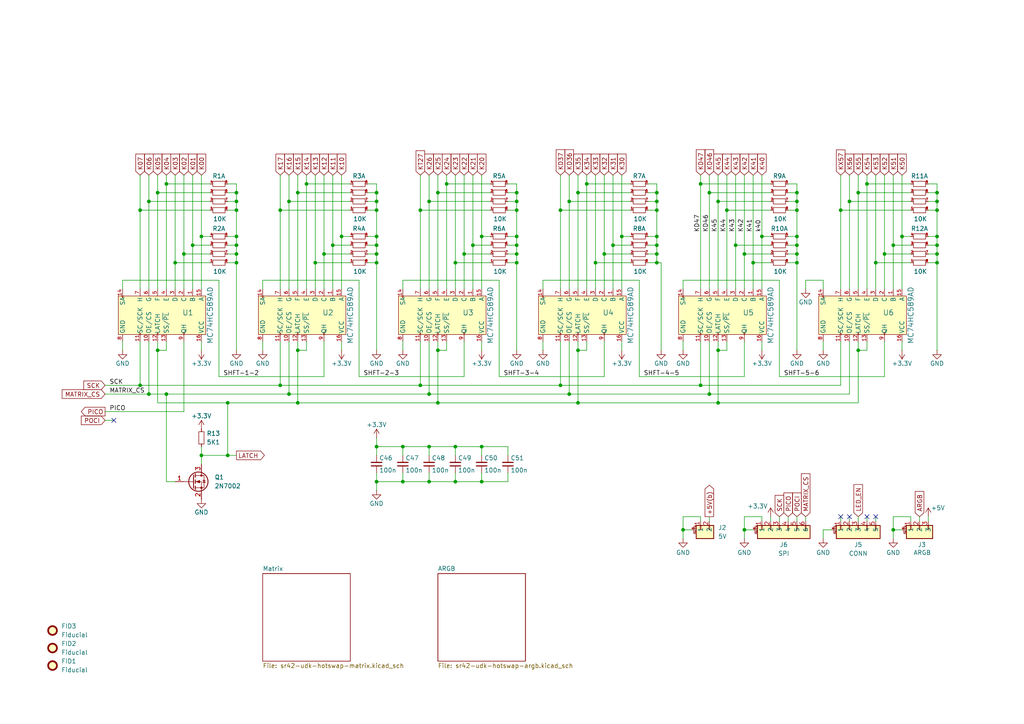
<source format=kicad_sch>
(kicad_sch (version 20250114) (generator "eeschema") (generator_version "9.0")
  (paper "A4")
  (junction (at 109.22 68.58))
  (junction (at 93.98 73.66))
  (junction (at 134.62 73.66))
  (junction (at 231.14 71.12))
  (junction (at 215.9 73.66))
  (junction (at 205.74 114.3))
  (junction (at 127 55.88))
  (junction (at 271.78 76.2))
  (junction (at 162.56 60.96))
  (junction (at 68.58 76.2))
  (junction (at 190.5 58.42))
  (junction (at 81.28 111.76))
  (junction (at 203.2 111.76))
  (junction (at 149.86 58.42))
  (junction (at 190.5 76.2))
  (junction (at 68.58 68.58))
  (junction (at 190.5 55.88))
  (junction (at 231.14 60.96))
  (junction (at 45.72 101.6))
  (junction (at 68.58 71.12))
  (junction (at 66.04 116.84))
  (junction (at 127 101.6))
  (junction (at 167.64 116.84))
  (junction (at 43.18 114.3))
  (junction (at 48.26 53.34))
  (junction (at 259.08 153.67))
  (junction (at 271.78 73.66))
  (junction (at 53.34 73.66))
  (junction (at 109.22 71.12))
  (junction (at 167.64 101.6))
  (junction (at 149.86 76.2))
  (junction (at 208.28 58.42))
  (junction (at 246.38 58.42))
  (junction (at 86.36 55.88))
  (junction (at 180.34 68.58))
  (junction (at 149.86 55.88))
  (junction (at 208.28 101.6))
  (junction (at 149.86 73.66))
  (junction (at 139.7 129.54))
  (junction (at 139.7 139.7))
  (junction (at 132.08 139.7))
  (junction (at 162.56 111.76))
  (junction (at 210.82 60.96))
  (junction (at 83.82 114.3))
  (junction (at 231.14 73.66))
  (junction (at 177.8 71.12))
  (junction (at 121.92 60.96))
  (junction (at 132.08 76.2))
  (junction (at 231.14 76.2))
  (junction (at 86.36 116.84))
  (junction (at 149.86 71.12))
  (junction (at 149.86 60.96))
  (junction (at 109.22 139.7))
  (junction (at 213.36 71.12))
  (junction (at 231.14 58.42))
  (junction (at 256.54 73.66))
  (junction (at 190.5 71.12))
  (junction (at 231.14 68.58))
  (junction (at 55.88 71.12))
  (junction (at 68.58 58.42))
  (junction (at 190.5 73.66))
  (junction (at 248.92 101.6))
  (junction (at 124.46 129.54))
  (junction (at 109.22 60.96))
  (junction (at 68.58 73.66))
  (junction (at 45.72 55.88))
  (junction (at 40.64 60.96))
  (junction (at 220.98 68.58))
  (junction (at 68.58 55.88))
  (junction (at 190.5 60.96))
  (junction (at 109.22 55.88))
  (junction (at 170.18 53.34))
  (junction (at 271.78 60.96))
  (junction (at 96.52 71.12))
  (junction (at 124.46 114.3))
  (junction (at 198.12 153.67))
  (junction (at 83.82 58.42))
  (junction (at 109.22 129.54))
  (junction (at 167.64 55.88))
  (junction (at 91.44 76.2))
  (junction (at 50.8 76.2))
  (junction (at 254 76.2))
  (junction (at 261.62 68.58))
  (junction (at 218.44 76.2))
  (junction (at 81.28 60.96))
  (junction (at 116.84 139.7))
  (junction (at 172.72 76.2))
  (junction (at 86.36 101.6))
  (junction (at 231.14 55.88))
  (junction (at 215.9 153.67))
  (junction (at 58.42 132.08))
  (junction (at 99.06 68.58))
  (junction (at 205.74 55.88))
  (junction (at 251.46 53.34))
  (junction (at 127 116.84))
  (junction (at 43.18 58.42))
  (junction (at 124.46 58.42))
  (junction (at 208.28 116.84))
  (junction (at 109.22 58.42))
  (junction (at 203.2 53.34))
  (junction (at 271.78 55.88))
  (junction (at 68.58 60.96))
  (junction (at 243.84 60.96))
  (junction (at 139.7 68.58))
  (junction (at 271.78 71.12))
  (junction (at 132.08 129.54))
  (junction (at 88.9 53.34))
  (junction (at 124.46 139.7))
  (junction (at 175.26 73.66))
  (junction (at 121.92 111.76))
  (junction (at 129.54 53.34))
  (junction (at 165.1 58.42))
  (junction (at 58.42 68.58))
  (junction (at 259.08 71.12))
  (junction (at 271.78 58.42))
  (junction (at 165.1 114.3))
  (junction (at 248.92 55.88))
  (junction (at 40.64 111.76))
  (junction (at 66.04 132.08))
  (junction (at 109.22 76.2))
  (junction (at 109.22 73.66))
  (junction (at 190.5 68.58))
  (junction (at 149.86 68.58))
  (junction (at 116.84 129.54))
  (junction (at 48.26 114.3))
  (junction (at 271.78 68.58))
  (junction (at 137.16 71.12))
  (no_connect (at 251.46 149.86))
  (no_connect (at 254 149.86))
  (no_connect (at 246.38 149.86))
  (no_connect (at 243.84 149.86))
  (no_connect (at 33.02 121.92))
  (wire (pts (xy 246.38 58.42) (xy 264.16 58.42)))
  (wire (pts (xy 68.58 101.6) (xy 68.58 76.2)))
  (wire (pts (xy 147.32 73.66) (xy 149.86 73.66)))
  (wire (pts (xy 203.2 50.8388) (xy 203.2 53.34)))
  (wire (pts (xy 190.5 73.66) (xy 190.5 76.2)))
  (wire (pts (xy 271.78 73.66) (xy 269.24 73.66)))
  (wire (pts (xy 116.84 129.54) (xy 116.84 132.08)))
  (wire (pts (xy 251.46 99.06) (xy 251.46 101.6)))
  (wire (pts (xy 243.84 149.86) (xy 243.84 151.13)))
  (wire (pts (xy 172.72 50.8) (xy 172.72 76.2)))
  (wire (pts (xy 109.22 53.34) (xy 109.22 55.88)))
  (wire (pts (xy 271.78 71.12) (xy 271.78 68.58)))
  (wire (pts (xy 228.6 60.96) (xy 231.14 60.96)))
  (wire (pts (xy 228.6 55.88) (xy 231.14 55.88)))
  (wire (pts (xy 121.92 60.96) (xy 121.92 83.82)))
  (wire (pts (xy 63.5 81.28) (xy 63.5 109.22)))
  (wire (pts (xy 269.24 149.86) (xy 269.24 151.13)))
  (wire (pts (xy 109.22 58.42) (xy 109.22 60.96)))
  (wire (pts (xy 99.06 50.8) (xy 99.06 68.58)))
  (wire (pts (xy 43.18 58.42) (xy 43.18 83.82)))
  (wire (pts (xy 121.92 111.76) (xy 121.92 99.06)))
  (wire (pts (xy 139.7 68.58) (xy 142.24 68.58)))
  (wire (pts (xy 83.82 58.42) (xy 83.82 83.82)))
  (wire (pts (xy 45.72 55.88) (xy 45.72 83.82)))
  (wire (pts (xy 134.62 99.06) (xy 134.62 109.22)))
  (wire (pts (xy 93.98 99.06) (xy 93.98 109.22)))
  (wire (pts (xy 68.58 60.96) (xy 68.58 58.42)))
  (wire (pts (xy 248.92 50.8) (xy 248.92 55.88)))
  (wire (pts (xy 185.42 81.28) (xy 185.42 109.22)))
  (wire (pts (xy 223.52 149.86) (xy 223.52 151.13)))
  (wire (pts (xy 106.68 68.58) (xy 109.22 68.58)))
  (wire (pts (xy 81.28 111.76) (xy 121.92 111.76)))
  (wire (pts (xy 43.18 50.8) (xy 43.18 58.42)))
  (wire (pts (xy 210.82 60.96) (xy 223.52 60.96)))
  (wire (pts (xy 68.58 68.58) (xy 68.58 60.96)))
  (wire (pts (xy 231.14 71.12) (xy 231.14 73.66)))
  (wire (pts (xy 45.72 55.88) (xy 60.96 55.88)))
  (wire (pts (xy 167.64 101.6) (xy 167.64 116.84)))
  (wire (pts (xy 271.78 53.34) (xy 269.24 53.34)))
  (wire (pts (xy 66.04 73.66) (xy 68.58 73.66)))
  (wire (pts (xy 48.26 53.34) (xy 48.26 83.82)))
  (wire (pts (xy 121.92 111.76) (xy 162.56 111.76)))
  (wire (pts (xy 238.76 81.28) (xy 238.76 83.82)))
  (wire (pts (xy 228.6 149.86) (xy 228.6 151.13)))
  (wire (pts (xy 259.08 153.67) (xy 261.62 153.67)))
  (wire (pts (xy 246.38 149.86) (xy 246.38 151.13)))
  (wire (pts (xy 208.28 50.8388) (xy 208.28 58.42)))
  (wire (pts (xy 220.98 99.06) (xy 220.98 101.6)))
  (wire (pts (xy 157.48 83.82) (xy 157.48 81.28)))
  (wire (pts (xy 149.86 68.58) (xy 149.86 71.12)))
  (wire (pts (xy 109.22 129.54) (xy 116.84 129.54)))
  (wire (pts (xy 243.84 60.96) (xy 264.16 60.96)))
  (wire (pts (xy 210.82 101.6) (xy 208.28 101.6)))
  (wire (pts (xy 259.08 50.8) (xy 259.08 71.12)))
  (wire (pts (xy 76.2 81.28) (xy 104.14 81.28)))
  (wire (pts (xy 190.5 55.88) (xy 190.5 58.42)))
  (wire (pts (xy 106.68 58.42) (xy 109.22 58.42)))
  (wire (pts (xy 109.22 139.7) (xy 109.22 137.16)))
  (wire (pts (xy 243.84 50.8) (xy 243.84 60.96)))
  (wire (pts (xy 170.18 50.8) (xy 170.18 53.34)))
  (wire (pts (xy 162.56 50.8) (xy 162.56 60.96)))
  (wire (pts (xy 210.82 50.8388) (xy 210.82 60.96)))
  (wire (pts (xy 127 101.6) (xy 127 116.84)))
  (wire (pts (xy 198.12 153.67) (xy 198.12 156.21)))
  (wire (pts (xy 116.84 139.7) (xy 109.22 139.7)))
  (wire (pts (xy 109.22 76.2) (xy 109.22 101.6)))
  (wire (pts (xy 198.12 153.67) (xy 200.66 153.67)))
  (wire (pts (xy 190.5 60.96) (xy 190.5 68.58)))
  (wire (pts (xy 132.08 76.2) (xy 132.08 83.82)))
  (wire (pts (xy 149.86 55.88) (xy 149.86 58.42)))
  (wire (pts (xy 175.26 50.8) (xy 175.26 73.66)))
  (wire (pts (xy 48.26 99.06) (xy 48.26 101.6)))
  (wire (pts (xy 147.32 53.34) (xy 149.86 53.34)))
  (wire (pts (xy 162.56 60.96) (xy 162.56 83.82)))
  (wire (pts (xy 66.04 116.84) (xy 86.36 116.84)))
  (wire (pts (xy 187.96 68.58) (xy 190.5 68.58)))
  (wire (pts (xy 63.5 109.22) (xy 93.98 109.22)))
  (wire (pts (xy 248.92 55.88) (xy 264.16 55.88)))
  (wire (pts (xy 139.7 139.7) (xy 132.08 139.7)))
  (wire (pts (xy 109.22 139.7) (xy 109.22 142.24)))
  (wire (pts (xy 203.2 111.76) (xy 203.2 99.06)))
  (wire (pts (xy 121.92 50.8) (xy 121.92 60.96)))
  (wire (pts (xy 124.46 58.42) (xy 124.46 83.82)))
  (wire (pts (xy 50.8 139.7) (xy 48.26 139.7)))
  (wire (pts (xy 68.58 55.88) (xy 68.58 53.34)))
  (wire (pts (xy 203.2 53.34) (xy 223.52 53.34)))
  (wire (pts (xy 127 50.8) (xy 127 55.88)))
  (wire (pts (xy 261.62 50.8) (xy 261.62 68.58)))
  (wire (pts (xy 124.46 50.8) (xy 124.46 58.42)))
  (wire (pts (xy 271.78 60.96) (xy 269.24 60.96)))
  (wire (pts (xy 167.64 50.8) (xy 167.64 55.88)))
  (wire (pts (xy 55.88 71.12) (xy 60.96 71.12)))
  (wire (pts (xy 116.84 139.7) (xy 116.84 137.16)))
  (wire (pts (xy 175.26 73.66) (xy 175.26 83.82)))
  (wire (pts (xy 88.9 53.34) (xy 101.6 53.34)))
  (wire (pts (xy 187.96 55.88) (xy 190.5 55.88)))
  (wire (pts (xy 137.16 71.12) (xy 142.24 71.12)))
  (wire (pts (xy 40.64 111.76) (xy 81.28 111.76)))
  (wire (pts (xy 43.18 114.3) (xy 43.18 99.06)))
  (wire (pts (xy 205.74 50.8388) (xy 205.74 55.88)))
  (wire (pts (xy 109.22 60.96) (xy 109.22 68.58)))
  (wire (pts (xy 124.46 139.7) (xy 124.46 137.16)))
  (wire (pts (xy 127 55.88) (xy 142.24 55.88)))
  (wire (pts (xy 165.1 58.42) (xy 182.88 58.42)))
  (wire (pts (xy 205.74 114.3) (xy 205.74 99.06)))
  (wire (pts (xy 256.54 50.8) (xy 256.54 73.66)))
  (wire (pts (xy 231.14 73.66) (xy 231.14 76.2)))
  (wire (pts (xy 132.08 139.7) (xy 124.46 139.7)))
  (wire (pts (xy 231.14 58.42) (xy 231.14 60.96)))
  (wire (pts (xy 81.28 50.8) (xy 81.28 60.96)))
  (wire (pts (xy 121.92 60.96) (xy 142.24 60.96)))
  (wire (pts (xy 58.42 132.08) (xy 66.04 132.08)))
  (wire (pts (xy 76.2 99.06) (xy 76.2 101.6)))
  (wire (pts (xy 137.16 50.8) (xy 137.16 71.12)))
  (wire (pts (xy 132.08 129.54) (xy 132.08 132.08)))
  (wire (pts (xy 177.8 71.12) (xy 182.88 71.12)))
  (wire (pts (xy 165.1 114.3) (xy 165.1 99.06)))
  (wire (pts (xy 109.22 68.58) (xy 109.22 71.12)))
  (wire (pts (xy 45.72 99.06) (xy 45.72 101.6)))
  (wire (pts (xy 106.68 73.66) (xy 109.22 73.66)))
  (wire (pts (xy 66.04 71.12) (xy 68.58 71.12)))
  (wire (pts (xy 129.54 53.34) (xy 129.54 83.82)))
  (wire (pts (xy 81.28 60.96) (xy 101.6 60.96)))
  (wire (pts (xy 190.5 68.58) (xy 190.5 71.12)))
  (wire (pts (xy 99.06 99.06) (xy 99.06 101.6)))
  (wire (pts (xy 129.54 99.06) (xy 129.54 101.6)))
  (wire (pts (xy 99.06 68.58) (xy 101.6 68.58)))
  (wire (pts (xy 190.5 53.34) (xy 190.5 55.88)))
  (wire (pts (xy 271.78 68.58) (xy 271.78 60.96)))
  (wire (pts (xy 147.32 129.54) (xy 147.32 132.08)))
  (wire (pts (xy 147.32 55.88) (xy 149.86 55.88)))
  (wire (pts (xy 215.9 73.66) (xy 223.52 73.66)))
  (wire (pts (xy 76.2 83.82) (xy 76.2 81.28)))
  (wire (pts (xy 50.8 76.2) (xy 50.8 83.82)))
  (wire (pts (xy 271.78 60.96) (xy 271.78 58.42)))
  (wire (pts (xy 58.42 132.08) (xy 58.42 134.62)))
  (wire (pts (xy 243.84 111.76) (xy 243.84 99.06)))
  (wire (pts (xy 68.58 76.2) (xy 68.58 73.66)))
  (wire (pts (xy 93.98 73.66) (xy 101.6 73.66)))
  (wire (pts (xy 256.54 73.66) (xy 256.54 83.82)))
  (wire (pts (xy 149.86 53.34) (xy 149.86 55.88)))
  (wire (pts (xy 116.84 99.06) (xy 116.84 101.6)))
  (wire (pts (xy 88.9 101.6) (xy 86.36 101.6)))
  (wire (pts (xy 40.64 60.96) (xy 60.96 60.96)))
  (wire (pts (xy 259.08 71.12) (xy 264.16 71.12)))
  (wire (pts (xy 66.04 132.08) (xy 68.58 132.08)))
  (wire (pts (xy 208.28 116.84) (xy 248.92 116.84)))
  (wire (pts (xy 106.68 53.34) (xy 109.22 53.34)))
  (wire (pts (xy 177.8 50.8) (xy 177.8 71.12)))
  (wire (pts (xy 149.86 71.12) (xy 149.86 73.66)))
  (wire (pts (xy 149.86 60.96) (xy 149.86 68.58)))
  (wire (pts (xy 53.34 50.8) (xy 53.34 73.66)))
  (wire (pts (xy 187.96 58.42) (xy 190.5 58.42)))
  (wire (pts (xy 93.98 73.66) (xy 93.98 83.82)))
  (wire (pts (xy 147.32 137.16) (xy 147.32 139.7)))
  (wire (pts (xy 271.78 71.12) (xy 269.24 71.12)))
  (wire (pts (xy 187.96 53.34) (xy 190.5 53.34)))
  (wire (pts (xy 213.36 71.12) (xy 223.52 71.12)))
  (wire (pts (xy 68.58 73.66) (xy 68.58 71.12)))
  (wire (pts (xy 149.86 58.42) (xy 149.86 60.96)))
  (wire (pts (xy 185.42 109.22) (xy 215.9 109.22)))
  (wire (pts (xy 271.78 55.88) (xy 269.24 55.88)))
  (wire (pts (xy 116.84 83.82) (xy 116.84 81.28)))
  (wire (pts (xy 264.16 149.86) (xy 259.08 149.86)))
  (wire (pts (xy 88.9 99.06) (xy 88.9 101.6)))
  (wire (pts (xy 127 55.88) (xy 127 83.82)))
  (wire (pts (xy 226.06 81.28) (xy 226.06 109.22)))
  (wire (pts (xy 167.64 99.06) (xy 167.64 101.6)))
  (wire (pts (xy 48.26 114.3) (xy 48.26 139.7)))
  (wire (pts (xy 271.78 55.88) (xy 271.78 53.34)))
  (wire (pts (xy 226.06 149.86) (xy 226.06 151.13)))
  (wire (pts (xy 238.76 153.67) (xy 238.76 156.21)))
  (wire (pts (xy 104.14 109.22) (xy 134.62 109.22)))
  (wire (pts (xy 228.6 76.2) (xy 231.14 76.2)))
  (wire (pts (xy 271.78 58.42) (xy 269.24 58.42)))
  (wire (pts (xy 139.7 129.54) (xy 147.32 129.54)))
  (wire (pts (xy 81.28 60.96) (xy 81.28 83.82)))
  (wire (pts (xy 172.72 76.2) (xy 172.72 83.82)))
  (wire (pts (xy 124.46 129.54) (xy 124.46 132.08)))
  (wire (pts (xy 251.46 149.86) (xy 251.46 151.13)))
  (wire (pts (xy 231.14 68.58) (xy 231.14 71.12)))
  (wire (pts (xy 147.32 71.12) (xy 149.86 71.12)))
  (wire (pts (xy 48.26 101.6) (xy 45.72 101.6)))
  (wire (pts (xy 170.18 53.34) (xy 170.18 83.82)))
  (wire (pts (xy 165.1 58.42) (xy 165.1 83.82)))
  (wire (pts (xy 99.06 68.58) (xy 99.06 83.82)))
  (wire (pts (xy 228.6 73.66) (xy 231.14 73.66)))
  (wire (pts (xy 58.42 99.06) (xy 58.42 101.6)))
  (wire (pts (xy 83.82 114.3) (xy 124.46 114.3)))
  (wire (pts (xy 86.36 116.84) (xy 127 116.84)))
  (wire (pts (xy 218.44 50.8388) (xy 218.44 76.2)))
  (wire (pts (xy 215.9 50.8388) (xy 215.9 73.66)))
  (wire (pts (xy 124.46 114.3) (xy 165.1 114.3)))
  (wire (pts (xy 167.64 116.84) (xy 208.28 116.84)))
  (wire (pts (xy 190.5 71.12) (xy 190.5 73.66)))
  (wire (pts (xy 139.7 99.06) (xy 139.7 101.6)))
  (wire (pts (xy 233.68 81.28) (xy 238.76 81.28)))
  (wire (pts (xy 215.9 73.66) (xy 215.9 83.82)))
  (wire (pts (xy 104.14 81.28) (xy 104.14 109.22)))
  (wire (pts (xy 248.92 149.86) (xy 248.92 151.13)))
  (wire (pts (xy 218.44 76.2) (xy 223.52 76.2)))
  (wire (pts (xy 180.34 68.58) (xy 182.88 68.58)))
  (wire (pts (xy 66.04 53.34) (xy 68.58 53.34)))
  (wire (pts (xy 271.78 58.42) (xy 271.78 55.88)))
  (wire (pts (xy 208.28 58.42) (xy 208.28 83.82)))
  (wire (pts (xy 88.9 53.34) (xy 88.9 83.82)))
  (wire (pts (xy 165.1 50.8) (xy 165.1 58.42)))
  (wire (pts (xy 198.12 81.28) (xy 226.06 81.28)))
  (wire (pts (xy 96.52 71.12) (xy 96.52 83.82)))
  (wire (pts (xy 180.34 50.8) (xy 180.34 68.58)))
  (wire (pts (xy 134.62 73.66) (xy 134.62 83.82)))
  (wire (pts (xy 170.18 53.34) (xy 182.88 53.34)))
  (wire (pts (xy 231.14 55.88) (xy 231.14 58.42)))
  (wire (pts (xy 48.26 50.8) (xy 48.26 53.34)))
  (wire (pts (xy 187.96 60.96) (xy 190.5 60.96)))
  (wire (pts (xy 259.08 153.67) (xy 259.08 156.21)))
  (wire (pts (xy 228.6 71.12) (xy 231.14 71.12)))
  (wire (pts (xy 68.58 76.2) (xy 66.04 76.2)))
  (wire (pts (xy 91.44 76.2) (xy 91.44 83.82)))
  (wire (pts (xy 147.32 60.96) (xy 149.86 60.96)))
  (wire (pts (xy 43.18 114.3) (xy 48.26 114.3)))
  (wire (pts (xy 165.1 114.3) (xy 205.74 114.3)))
  (wire (pts (xy 45.72 50.8) (xy 45.72 55.88)))
  (wire (pts (xy 106.68 71.12) (xy 109.22 71.12)))
  (wire (pts (xy 81.28 111.76) (xy 81.28 99.06)))
  (wire (pts (xy 251.46 50.8) (xy 251.46 53.34)))
  (wire (pts (xy 226.06 109.22) (xy 256.54 109.22)))
  (wire (pts (xy 86.36 99.06) (xy 86.36 101.6)))
  (wire (pts (xy 246.38 50.8) (xy 246.38 58.42)))
  (wire (pts (xy 66.04 68.58) (xy 68.58 68.58)))
  (wire (pts (xy 170.18 99.06) (xy 170.18 101.6)))
  (wire (pts (xy 254 50.8) (xy 254 76.2)))
  (wire (pts (xy 271.78 68.58) (xy 269.24 68.58)))
  (wire (pts (xy 220.98 149.86) (xy 220.98 151.13)))
  (wire (pts (xy 256.54 73.66) (xy 264.16 73.66)))
  (wire (pts (xy 190.5 58.42) (xy 190.5 60.96)))
  (wire (pts (xy 203.2 53.34) (xy 203.2 83.82)))
  (wire (pts (xy 233.68 149.86) (xy 233.68 151.13)))
  (wire (pts (xy 231.14 149.86) (xy 231.14 151.13)))
  (wire (pts (xy 147.32 58.42) (xy 149.86 58.42)))
  (wire (pts (xy 127 116.84) (xy 167.64 116.84)))
  (wire (pts (xy 213.36 71.12) (xy 213.36 83.82)))
  (wire (pts (xy 220.98 68.58) (xy 223.52 68.58)))
  (wire (pts (xy 208.28 101.6) (xy 208.28 116.84)))
  (wire (pts (xy 124.46 58.42) (xy 142.24 58.42)))
  (wire (pts (xy 132.08 76.2) (xy 142.24 76.2)))
  (wire (pts (xy 48.26 114.3) (xy 83.82 114.3)))
  (wire (pts (xy 132.08 139.7) (xy 132.08 137.16)))
  (wire (pts (xy 162.56 60.96) (xy 182.88 60.96)))
  (wire (pts (xy 35.56 99.06) (xy 35.56 101.6)))
  (wire (pts (xy 86.36 101.6) (xy 86.36 116.84)))
  (wire (pts (xy 40.64 111.76) (xy 40.64 99.06)))
  (wire (pts (xy 220.98 50.8388) (xy 220.98 68.58)))
  (wire (pts (xy 248.92 101.6) (xy 248.92 116.84)))
  (wire (pts (xy 40.64 50.8) (xy 40.64 60.96)))
  (wire (pts (xy 254 149.86) (xy 254 151.13)))
  (wire (pts (xy 35.56 81.28) (xy 63.5 81.28)))
  (wire (pts (xy 55.88 71.12) (xy 55.88 83.82)))
  (wire (pts (xy 218.44 76.2) (xy 218.44 83.82)))
  (wire (pts (xy 66.04 60.96) (xy 68.58 60.96)))
  (wire (pts (xy 96.52 50.8) (xy 96.52 71.12)))
  (wire (pts (xy 132.08 50.8) (xy 132.08 76.2)))
  (wire (pts (xy 50.8 76.2) (xy 60.96 76.2)))
  (wire (pts (xy 124.46 114.3) (xy 124.46 99.06)))
  (wire (pts (xy 66.04 55.88) (xy 68.58 55.88)))
  (wire (pts (xy 228.6 53.34) (xy 231.14 53.34)))
  (wire (pts (xy 48.26 53.34) (xy 60.96 53.34)))
  (wire (pts (xy 45.72 116.84) (xy 66.04 116.84)))
  (wire (pts (xy 109.22 55.88) (xy 109.22 58.42)))
  (wire (pts (xy 91.44 76.2) (xy 101.6 76.2)))
  (wire (pts (xy 170.18 101.6) (xy 167.64 101.6)))
  (wire (pts (xy 177.8 71.12) (xy 177.8 83.82)))
  (wire (pts (xy 191.77 76.2) (xy 191.77 101.6)))
  (wire (pts (xy 144.78 109.22) (xy 175.26 109.22)))
  (wire (pts (xy 124.46 139.7) (xy 116.84 139.7)))
  (wire (pts (xy 129.54 53.34) (xy 142.24 53.34)))
  (wire (pts (xy 215.9 149.86) (xy 220.98 149.86)))
  (wire (pts (xy 124.46 129.54) (xy 132.08 129.54)))
  (wire (pts (xy 228.6 58.42) (xy 231.14 58.42)))
  (wire (pts (xy 261.62 68.58) (xy 261.62 83.82)))
  (wire (pts (xy 86.36 55.88) (xy 101.6 55.88)))
  (wire (pts (xy 215.9 153.67) (xy 215.9 149.86)))
  (wire (pts (xy 259.08 71.12) (xy 259.08 83.82)))
  (wire (pts (xy 129.54 50.8) (xy 129.54 53.34)))
  (wire (pts (xy 53.34 73.66) (xy 60.96 73.66)))
  (wire (pts (xy 58.42 68.58) (xy 60.96 68.58)))
  (wire (pts (xy 43.18 58.42) (xy 60.96 58.42)))
  (wire (pts (xy 266.7 149.86) (xy 266.7 151.13)))
  (wire (pts (xy 238.76 99.06) (xy 238.76 101.6)))
  (wire (pts (xy 116.84 129.54) (xy 124.46 129.54)))
  (wire (pts (xy 210.82 60.96) (xy 210.82 83.82)))
  (wire (pts (xy 198.12 149.86) (xy 203.2 149.86)))
  (wire (pts (xy 162.56 111.76) (xy 203.2 111.76)))
  (wire (pts (xy 30.48 119.38) (xy 53.34 119.38)))
  (wire (pts (xy 127 99.06) (xy 127 101.6)))
  (wire (pts (xy 248.92 101.6) (xy 248.92 99.06)))
  (wire (pts (xy 261.62 99.06) (xy 261.62 101.6)))
  (wire (pts (xy 198.12 83.82) (xy 198.12 81.28)))
  (wire (pts (xy 198.12 149.86) (xy 198.12 153.67)))
  (wire (pts (xy 30.48 114.3) (xy 43.18 114.3)))
  (wire (pts (xy 205.74 55.88) (xy 205.74 83.82)))
  (wire (pts (xy 139.7 139.7) (xy 139.7 137.16)))
  (wire (pts (xy 261.62 68.58) (xy 264.16 68.58)))
  (wire (pts (xy 139.7 50.8) (xy 139.7 68.58)))
  (wire (pts (xy 271.78 73.66) (xy 271.78 71.12)))
  (wire (pts (xy 205.74 149.86) (xy 205.74 151.13)))
  (wire (pts (xy 215.9 153.67) (xy 218.44 153.67)))
  (wire (pts (xy 213.36 50.8388) (xy 213.36 71.12)))
  (wire (pts (xy 109.22 129.54) (xy 109.22 132.08)))
  (wire (pts (xy 157.48 99.06) (xy 157.48 101.6)))
  (wire (pts (xy 149.86 73.66) (xy 149.86 76.2)))
  (wire (pts (xy 215.9 99.06) (xy 215.9 109.22)))
  (wire (pts (xy 210.82 99.06) (xy 210.82 101.6)))
  (wire (pts (xy 96.52 71.12) (xy 101.6 71.12)))
  (wire (pts (xy 251.46 101.6) (xy 248.92 101.6)))
  (wire (pts (xy 106.68 60.96) (xy 109.22 60.96)))
  (wire (pts (xy 208.28 58.42) (xy 223.52 58.42)))
  (wire (pts (xy 187.96 73.66) (xy 190.5 73.66)))
  (wire (pts (xy 157.48 81.28) (xy 185.42 81.28)))
  (wire (pts (xy 264.16 53.34) (xy 251.46 53.34)))
  (wire (pts (xy 53.34 73.66) (xy 53.34 83.82)))
  (wire (pts (xy 55.88 50.8) (xy 55.88 71.12)))
  (wire (pts (xy 254 76.2) (xy 264.16 76.2)))
  (wire (pts (xy 83.82 58.42) (xy 101.6 58.42)))
  (wire (pts (xy 66.04 58.42) (xy 68.58 58.42)))
  (wire (pts (xy 147.32 68.58) (xy 149.86 68.58)))
  (wire (pts (xy 86.36 55.88) (xy 86.36 83.82)))
  (wire (pts (xy 264.16 151.13) (xy 264.16 149.86)))
  (wire (pts (xy 109.22 71.12) (xy 109.22 73.66)))
  (wire (pts (xy 205.74 114.3) (xy 246.38 114.3)))
  (wire (pts (xy 139.7 68.58) (xy 139.7 83.82)))
  (wire (pts (xy 233.68 83.82) (xy 233.68 81.28)))
  (wire (pts (xy 175.26 73.66) (xy 182.88 73.66)))
  (wire (pts (xy 83.82 50.8) (xy 83.82 58.42)))
  (wire (pts (xy 149.86 76.2) (xy 149.86 101.6)))
  (wire (pts (xy 68.58 71.12) (xy 68.58 68.58)))
  (wire (pts (xy 228.6 68.58) (xy 231.14 68.58)))
  (wire (pts (xy 248.92 55.88) (xy 248.92 83.82)))
  (wire (pts (xy 259.08 149.86) (xy 259.08 153.67)))
  (wire (pts (xy 271.78 76.2) (xy 271.78 101.6)))
  (wire (pts (xy 137.16 71.12) (xy 137.16 83.82)))
  (wire (pts (xy 88.9 50.8) (xy 88.9 53.34)))
  (wire (pts (xy 129.54 101.6) (xy 127 101.6)))
  (wire (pts (xy 198.12 99.06) (xy 198.12 101.6)))
  (wire (pts (xy 30.48 111.76) (xy 40.64 111.76)))
  (wire (pts (xy 30.48 121.92) (xy 33.02 121.92)))
  (wire (pts (xy 68.58 58.42) (xy 68.58 55.88)))
  (wire (pts (xy 215.9 156.21) (xy 215.9 153.67)))
  (wire (pts (xy 35.56 83.82) (xy 35.56 81.28)))
  (wire (pts (xy 93.98 50.8) (xy 93.98 73.66)))
  (wire (pts (xy 50.8 50.8) (xy 50.8 76.2)))
  (wire (pts (xy 134.62 73.66) (xy 142.24 73.66)))
  (wire (pts (xy 106.68 55.88) (xy 109.22 55.88)))
  (wire (pts (xy 167.64 55.88) (xy 167.64 83.82)))
  (wire (pts (xy 220.98 68.58) (xy 220.98 83.82)))
  (wire (pts (xy 106.68 76.2) (xy 109.22 76.2)))
  (wire (pts (xy 45.72 101.6) (xy 45.72 116.84)))
  (wire (pts (xy 256.54 109.22) (xy 256.54 99.06)))
  (wire (pts (xy 231.14 53.34) (xy 231.14 55.88)))
  (wire (pts (xy 147.32 139.7) (xy 139.7 139.7)))
  (wire (pts (xy 86.36 50.8) (xy 86.36 55.88)))
  (wire (pts (xy 109.22 127) (xy 109.22 129.54)))
  (wire (pts (xy 172.72 76.2) (xy 182.88 76.2)))
  (wire (pts (xy 132.08 129.54) (xy 139.7 129.54)))
  (wire (pts (xy 180.34 99.06) (xy 180.34 101.6)))
  (wire (pts (xy 187.96 71.12) (xy 190.5 71.12)))
  (wire (pts (xy 254 76.2) (xy 254 83.82)))
  (wire (pts (xy 139.7 129.54) (xy 139.7 132.08)))
  (wire (pts (xy 144.78 81.28) (xy 144.78 109.22)))
  (wire (pts (xy 58.42 129.54) (xy 58.42 132.08)))
  (wire (pts (xy 203.2 149.86) (xy 203.2 151.13)))
  (wire (pts (xy 116.84 81.28) (xy 144.78 81.28)))
  (wire (pts (xy 208.28 99.06) (xy 208.28 101.6)))
  (wire (pts (xy 83.82 114.3) (xy 83.82 99.06)))
  (wire (pts (xy 241.3 153.67) (xy 238.76 153.67)))
  (wire (pts (xy 134.62 50.8) (xy 134.62 73.66)))
  (wire (pts (xy 109.22 73.66) (xy 109.22 76.2)))
  (wire (pts (xy 187.96 76.2) (xy 190.5 76.2)))
  (wire (pts (xy 66.04 116.84) (xy 66.04 132.08)))
  (wire (pts (xy 162.56 111.76) (xy 162.56 99.06)))
  (wire (pts (xy 251.46 53.34) (xy 251.46 83.82)))
  (wire (pts (xy 40.64 60.96) (xy 40.64 83.82)))
  (wire (pts (xy 58.42 50.8) (xy 58.42 68.58)))
  (wire (pts (xy 147.32 76.2) (xy 149.86 76.2)))
  (wire (pts (xy 246.38 114.3) (xy 246.38 99.06)))
  (wire (pts (xy 58.42 68.58) (xy 58.42 83.82)))
  (wire (pts (xy 269.24 76.2) (xy 271.78 76.2)))
  (wire (pts (xy 246.38 58.42) (xy 246.38 83.82)))
  (wire (pts (xy 53.34 99.06) (xy 53.34 119.38)))
  (wire (pts (xy 91.44 50.8) (xy 91.44 76.2)))
  (wire (pts (xy 175.26 99.06) (xy 175.26 109.22)))
  (wire (pts (xy 205.74 55.88) (xy 223.52 55.88)))
  (wire (pts (xy 191.77 76.2) (xy 190.5 76.2)))
  (wire (pts (xy 243.84 60.96) (xy 243.84 83.82)))
  (wire (pts (xy 231.14 76.2) (xy 231.14 101.6)))
  (wire (pts (xy 167.64 55.88) (xy 182.88 55.88)))
  (wire (pts (xy 180.34 68.58) (xy 180.34 83.82)))
  (wire (pts (xy 203.2 111.76) (xy 243.84 111.76)))
  (wire (pts (xy 231.14 60.96) (xy 231.14 68.58)))
  (wire (pts (xy 271.78 76.2) (xy 271.78 73.66)))
  (label "K45" (at 208.28 67.31 90))
  (label "K42" (at 215.9 67.31 90))
  (label "SHFT-1-2" (at 64.77 109.22 0))
  (label "MATRIX_CS" (at 31.75 114.3 0))
  (label "SHFT-4-5" (at 186.69 109.22 0))
  (label "k40" (at 220.98 67.31 90))
  (label "PICO" (at 31.75 119.38 0))
  (label "KD47" (at 203.2 67.31 90))
  (label "K43" (at 213.36 67.31 90))
  (label "SHFT-2-3" (at 105.41 109.22 0))
  (label "SHFT-5-6" (at 227.33 109.22 0))
  (label "KD46" (at 205.74 67.31 90))
  (label "K44" (at 210.82 67.31 90))
  (label "SHFT-3-4" (at 146.05 109.22 0))
  (label "SCK" (at 31.75 111.76 0))
  (label "K41" (at 218.44 67.31 90))
  (global_label "K14" (shape input) (at 88.9 50.8 90) (property "Intersheetrefs" "${INTERSHEET_REFS}" (effects (hide yes))))
  (global_label "POCI" (shape input) (at 231.14 149.86 90) (property "Intersheetrefs" "${INTERSHEET_REFS}" (effects (hide yes))))
  (global_label "K22" (shape input) (at 134.62 50.8 90) (property "Intersheetrefs" "${INTERSHEET_REFS}" (effects (hide yes))))
  (global_label "K56" (shape input) (at 246.38 50.8 90) (property "Intersheetrefs" "${INTERSHEET_REFS}" (effects (hide yes))))
  (global_label "K21" (shape input) (at 137.16 50.8 90) (property "Intersheetrefs" "${INTERSHEET_REFS}" (effects (hide yes))))
  (global_label "KD36" (shape input) (at 165.1 50.8 90) (property "Intersheetrefs" "${INTERSHEET_REFS}" (effects (hide yes))))
  (global_label "K51" (shape input) (at 259.08 50.8 90) (property "Intersheetrefs" "${INTERSHEET_REFS}" (effects (hide yes))))
  (global_label "K40" (shape input) (at 220.98 50.8 90) (property "Intersheetrefs" "${INTERSHEET_REFS}" (effects (hide yes))))
  (global_label "MATRIX_CS" (shape input) (at 30.48 114.3 180) (property "Intersheetrefs" "${INTERSHEET_REFS}" (effects (hide yes))))
  (global_label "K01" (shape input) (at 55.88 50.8 90) (property "Intersheetrefs" "${INTERSHEET_REFS}" (effects (hide yes))))
  (global_label "K44" (shape input) (at 210.82 50.8 90) (property "Intersheetrefs" "${INTERSHEET_REFS}" (effects (hide yes))))
  (global_label "K02" (shape input) (at 53.34 50.8 90) (property "Intersheetrefs" "${INTERSHEET_REFS}" (effects (hide yes))))
  (global_label "K20" (shape input) (at 139.7 50.8 90) (property "Intersheetrefs" "${INTERSHEET_REFS}" (effects (hide yes))))
  (global_label "K43" (shape input) (at 213.36 50.8 90) (property "Intersheetrefs" "${INTERSHEET_REFS}" (effects (hide yes))))
  (global_label "K33" (shape input) (at 172.72 50.8 90) (property "Intersheetrefs" "${INTERSHEET_REFS}" (effects (hide yes))))
  (global_label "K03" (shape input) (at 50.8 50.8 90) (property "Intersheetrefs" "${INTERSHEET_REFS}" (effects (hide yes))))
  (global_label "+5V(b)" (shape output) (at 205.74 149.86 90) (property "Intersheetrefs" "${INTERSHEET_REFS}" (effects (hide yes))))
  (global_label "ARGB" (shape input) (at 266.7 149.86 90) (property "Intersheetrefs" "${INTERSHEET_REFS}" (effects (hide yes))))
  (global_label "KD47" (shape input) (at 203.2 50.8 90) (property "Intersheetrefs" "${INTERSHEET_REFS}" (effects (hide yes))))
  (global_label "LED_EN" (shape input) (at 248.92 149.86 90) (property "Intersheetrefs" "${INTERSHEET_REFS}" (effects (hide yes))))
  (global_label "K31" (shape input) (at 177.8 50.8 90) (property "Intersheetrefs" "${INTERSHEET_REFS}" (effects (hide yes))))
  (global_label "K06" (shape input) (at 43.18 50.8 90) (property "Intersheetrefs" "${INTERSHEET_REFS}" (effects (hide yes))))
  (global_label "PICO" (shape output) (at 30.48 119.38 180) (property "Intersheetrefs" "${INTERSHEET_REFS}" (effects (hide yes))))
  (global_label "K17" (shape input) (at 81.28 50.8 90) (property "Intersheetrefs" "${INTERSHEET_REFS}" (effects (hide yes))))
  (global_label "K52" (shape input) (at 256.54 50.8 90) (property "Intersheetrefs" "${INTERSHEET_REFS}" (effects (hide yes))))
  (global_label "K34" (shape input) (at 170.18 50.8 90) (property "Intersheetrefs" "${INTERSHEET_REFS}" (effects (hide yes))))
  (global_label "K53" (shape input) (at 254 50.8 90) (property "Intersheetrefs" "${INTERSHEET_REFS}" (effects (hide yes))))
  (global_label "K50" (shape input) (at 261.62 50.8 90) (property "Intersheetrefs" "${INTERSHEET_REFS}" (effects (hide yes))))
  (global_label "K30" (shape input) (at 180.34 50.8 90) (property "Intersheetrefs" "${INTERSHEET_REFS}" (effects (hide yes))))
  (global_label "K25" (shape input) (at 127 50.8 90) (property "Intersheetrefs" "${INTERSHEET_REFS}" (effects (hide yes))))
  (global_label "K41" (shape input) (at 218.44 50.8 90) (property "Intersheetrefs" "${INTERSHEET_REFS}" (effects (hide yes))))
  (global_label "KD37" (shape input) (at 162.56 50.8 90) (property "Intersheetrefs" "${INTERSHEET_REFS}" (effects (hide yes))))
  (global_label "K10" (shape input) (at 99.06 50.8 90) (property "Intersheetrefs" "${INTERSHEET_REFS}" (effects (hide yes))))
  (global_label "POCI" (shape input) (at 30.48 121.92 180) (property "Intersheetrefs" "${INTERSHEET_REFS}" (effects (hide yes))))
  (global_label "K42" (shape input) (at 215.9 50.8 90) (property "Intersheetrefs" "${INTERSHEET_REFS}" (effects (hide yes))))
  (global_label "K23" (shape input) (at 132.08 50.8 90) (property "Intersheetrefs" "${INTERSHEET_REFS}" (effects (hide yes))))
  (global_label "SCK" (shape input) (at 226.06 149.86 90) (property "Intersheetrefs" "${INTERSHEET_REFS}" (effects (hide yes))))
  (global_label "K07" (shape input) (at 40.64 50.8 90) (property "Intersheetrefs" "${INTERSHEET_REFS}" (effects (hide yes))))
  (global_label "KT27" (shape input) (at 121.92 50.8 90) (property "Intersheetrefs" "${INTERSHEET_REFS}" (effects (hide yes))))
  (global_label "K55" (shape input) (at 248.92 50.8 90) (property "Intersheetrefs" "${INTERSHEET_REFS}" (effects (hide yes))))
  (global_label "K54" (shape input) (at 251.46 50.8 90) (property "Intersheetrefs" "${INTERSHEET_REFS}" (effects (hide yes))))
  (global_label "PICO" (shape input) (at 228.6 149.86 90) (property "Intersheetrefs" "${INTERSHEET_REFS}" (effects (hide yes))))
  (global_label "K12" (shape input) (at 93.98 50.8 90) (property "Intersheetrefs" "${INTERSHEET_REFS}" (effects (hide yes))))
  (global_label "SCK" (shape input) (at 30.48 111.76 180) (property "Intersheetrefs" "${INTERSHEET_REFS}" (effects (hide yes))))
  (global_label "K00" (shape input) (at 58.42 50.8 90) (property "Intersheetrefs" "${INTERSHEET_REFS}" (effects (hide yes))))
  (global_label "K11" (shape input) (at 96.52 50.8 90) (property "Intersheetrefs" "${INTERSHEET_REFS}" (effects (hide yes))))
  (global_label "K35" (shape input) (at 167.64 50.8 90) (property "Intersheetrefs" "${INTERSHEET_REFS}" (effects (hide yes))))
  (global_label "KX57" (shape input) (at 243.84 50.8 90) (property "Intersheetrefs" "${INTERSHEET_REFS}" (effects (hide yes))))
  (global_label "K32" (shape input) (at 175.26 50.8 90) (property "Intersheetrefs" "${INTERSHEET_REFS}" (effects (hide yes))))
  (global_label "KD46" (shape input) (at 205.74 50.8 90) (property "Intersheetrefs" "${INTERSHEET_REFS}" (effects (hide yes))))
  (global_label "K16" (shape input) (at 83.82 50.8 90) (property "Intersheetrefs" "${INTERSHEET_REFS}" (effects (hide yes))))
  (global_label "K15" (shape input) (at 86.36 50.8 90) (property "Intersheetrefs" "${INTERSHEET_REFS}" (effects (hide yes))))
  (global_label "K45" (shape input) (at 208.28 50.8 90) (property "Intersheetrefs" "${INTERSHEET_REFS}" (effects (hide yes))))
  (global_label "K04" (shape input) (at 48.26 50.8 90) (property "Intersheetrefs" "${INTERSHEET_REFS}" (effects (hide yes))))
  (global_label "MATRIX_CS" (shape input) (at 233.68 149.86 90) (property "Intersheetrefs" "${INTERSHEET_REFS}" (effects (hide yes))))
  (global_label "K24" (shape input) (at 129.54 50.8 90) (property "Intersheetrefs" "${INTERSHEET_REFS}" (effects (hide yes))))
  (global_label "K13" (shape input) (at 91.44 50.8 90) (property "Intersheetrefs" "${INTERSHEET_REFS}" (effects (hide yes))))
  (global_label "LATCH" (shape output) (at 68.58 132.08 0) (property "Intersheetrefs" "${INTERSHEET_REFS}" (effects (hide yes))))
  (global_label "K26" (shape input) (at 124.46 50.8 90) (property "Intersheetrefs" "${INTERSHEET_REFS}" (effects (hide yes))))
  (global_label "K05" (shape input) (at 45.72 50.8 90) (property "Intersheetrefs" "${INTERSHEET_REFS}" (effects (hide yes))))
  (symbol (lib_id "power:GND") (at 215.9 156.21 0) (unit 1)
    (property "Reference" "#PWR076" (effects (hide yes)))
    (property "Value" "GND" (at 215.9 160.274 0))
    (property "Description" "Power symbol creates a global label with name \"GND\" , ground" (effects (hide yes)))
  )
  (symbol (lib_id "ts-kicad-lib:R_Array04") (at 144.78 55.88 0) (unit 3)
    (property "Reference" "R5" (effects (hide yes)))
    (property "Value" "10K" (effects (hide yes)))
    (property "Footprint" "Resistor_SMD:R_Array_Convex_4x0603" (effects (hide yes)))
    (property "Description" "Resistor Array" (effects (hide yes)))
  )
  (symbol (lib_id "power:GND") (at 35.56 101.6 0) (unit 1)
    (property "Reference" "#PWR07" (effects (hide yes)))
    (property "Value" "GND" (at 35.56 105.41 0))
    (property "Description" "Power symbol creates a global label with name \"GND\" , ground" (effects (hide yes)))
  )
  (symbol (lib_id "power:GND") (at 233.68 83.82 0) (unit 1)
    (property "Reference" "#PWR080" (effects (hide yes)))
    (property "Value" "GND" (at 233.68 87.63 0))
    (property "Description" "Power symbol creates a global label with name \"GND\" , ground" (effects (hide yes)))
  )
  (symbol (lib_id "power:+5V") (at 269.24 149.86 0) (unit 1)
    (property "Reference" "#PWR074" (effects (hide yes)))
    (property "Value" "+5V" (at 272.034 147.32 0))
    (property "Description" "Power symbol creates a global label with name \"+5V\"" (effects (hide yes)))
  )
  (symbol (lib_id "ts-kicad-lib:R_Array04") (at 226.06 58.42 0) (unit 2)
    (property "Reference" "R9" (effects (hide yes)))
    (property "Value" "10K" (effects (hide yes)))
    (property "Footprint" "Resistor_SMD:R_Array_Convex_4x0603" (effects (hide yes)))
    (property "Description" "Resistor Array" (effects (hide yes)))
  )
  (symbol (lib_id "power:+3.3V") (at 220.98 101.6 180) (unit 1)
    (property "Reference" "#PWR087" (effects (hide yes)))
    (property "Value" "+3.3V" (at 220.98 105.41 0))
    (property "Description" "Power symbol creates a global label with name \"+3.3V\"" (effects (hide yes)))
  )
  (symbol (lib_id "ts-kicad-lib:R_Array04") (at 144.78 68.58 0) (unit 4)
    (property "Reference" "R6" (effects (hide yes)))
    (property "Value" "10K" (effects (hide yes)))
    (property "Footprint" "Resistor_SMD:R_Array_Convex_4x0603" (effects (hide yes)))
    (property "Description" "Resistor Array" (effects (hide yes)))
  )
  (symbol (lib_id "power:+3.3V") (at 58.42 124.46 0) (unit 1)
    (property "Reference" "#PWR083" (effects (hide yes)))
    (property "Value" "+3.3V" (at 58.42 120.65 0))
    (property "Description" "Power symbol creates a global label with name \"+3.3V\"" (effects (hide yes)))
  )
  (symbol (lib_id "ts-kicad-lib:R_Array04") (at 226.06 73.66 0) (unit 2)
    (property "Reference" "R10" (effects (hide yes)))
    (property "Value" "10K" (effects (hide yes)))
    (property "Footprint" "Resistor_SMD:R_Array_Convex_4x0603" (effects (hide yes)))
    (property "Description" "Resistor Array" (effects (hide yes)))
  )
  (symbol (lib_id "ts-kicad-lib:R_Array04") (at 63.5 55.88 0) (unit 3)
    (property "Reference" "R1" (effects (hide yes)))
    (property "Value" "10K" (effects (hide yes)))
    (property "Footprint" "Resistor_SMD:R_Array_Convex_4x0603" (effects (hide yes)))
    (property "Description" "Resistor Array" (effects (hide yes)))
  )
  (symbol (lib_id "ts-kicad-lib:R_Array04") (at 144.78 53.34 0) (unit 4)
    (property "Reference" "R5" (effects (hide yes)))
    (property "Value" "10K" (effects (hide yes)))
    (property "Footprint" "Resistor_SMD:R_Array_Convex_4x0603" (effects (hide yes)))
    (property "Description" "Resistor Array" (effects (hide yes)))
  )
  (symbol (lib_id "ts-kicad-lib:R_Array04") (at 104.14 73.66 0) (unit 2)
    (property "Reference" "R4" (effects (hide yes)))
    (property "Value" "10K" (effects (hide yes)))
    (property "Footprint" "Resistor_SMD:R_Array_Convex_4x0603" (effects (hide yes)))
    (property "Description" "Resistor Array" (effects (hide yes)))
  )
  (symbol (lib_id "ts-kicad-lib:CONN_03") (at 266.7 153.67 270) (unit 1)
    (property "Reference" "J3" (at 266.192 157.988 90) (effects (justify left)))
    (property "Value" "ARGB" (at 264.922 160.274 90) (effects (justify left)))
    (property "Footprint" "Connector_JST:JST_SH_SM03B-SRSS-TB_1x03-1MP_P1.00mm_Horizontal" (effects (hide yes)))
  )
  (symbol (lib_id "ts-kicad-lib:R") (at 58.42 127 90) (unit 1)
    (property "Reference" "R13" (at 59.944 125.73 90) (effects (justify right)))
    (property "Value" "5K1" (at 59.944 128.27 90) (effects (justify right)))
    (property "Footprint" "Resistor_SMD:R_0603_1608Metric" (effects (hide yes)))
    (property "Description" "Resistor symbol" (effects (hide yes)))
  )
  (symbol (lib_id "ts-kicad-lib:MC74HC589AD") (at 48.26 91.44 270) (unit 1)
    (property "Reference" "U1" (at 52.832 90.678 90) (effects (font (size 1.524 1.524)) (justify left)))
    (property "Value" "MC74HC589AD" (at 60.96 91.44 0) (effects (font (size 1.524 1.524))))
    (property "Footprint" "Package_SO:TSSOP-16_4.4x5mm_P0.65mm" (effects (hide yes)))
    (property "Datasheet" "MC74HC589ADTR2G" (effects (hide yes)))
  )
  (symbol (lib_id "power:GND") (at 109.22 142.24 0) (unit 1)
    (property "Reference" "#PWR090" (effects (hide yes)))
    (property "Value" "GND" (at 109.22 146.05 0))
    (property "Description" "Power symbol creates a global label with name \"GND\" , ground" (effects (hide yes)))
  )
  (symbol (lib_id "power:GND") (at 231.14 101.6 0) (unit 1)
    (property "Reference" "#PWR05" (effects (hide yes)))
    (property "Value" "GND" (at 231.14 105.41 0))
    (property "Description" "Power symbol creates a global label with name \"GND\" , ground" (effects (hide yes)))
  )
  (symbol (lib_id "ts-kicad-lib:C") (at 139.7 134.62 90) (unit 1)
    (property "Reference" "C50" (at 140.462 132.842 90) (effects (justify right)))
    (property "Value" "100n" (at 140.462 136.398 90) (effects (justify right)))
    (property "Footprint" "Capacitor_SMD:C_0603_1608Metric" (effects (hide yes)))
    (property "Description" "Unpolarized capacitor" (effects (hide yes)))
  )
  (symbol (lib_id "ts-kicad-lib:R_Array04") (at 144.78 73.66 0) (unit 2)
    (property "Reference" "R6" (effects (hide yes)))
    (property "Value" "10K" (effects (hide yes)))
    (property "Footprint" "Resistor_SMD:R_Array_Convex_4x0603" (effects (hide yes)))
    (property "Description" "Resistor Array" (effects (hide yes)))
  )
  (symbol (lib_id "power:GND") (at 157.48 101.6 0) (unit 1)
    (property "Reference" "#PWR010" (effects (hide yes)))
    (property "Value" "GND" (at 157.48 105.41 0))
    (property "Description" "Power symbol creates a global label with name \"GND\" , ground" (effects (hide yes)))
  )
  (symbol (lib_id "ts-kicad-lib:R_Array04") (at 266.7 60.96 0) (unit 1)
    (property "Reference" "R11" (at 266.7 51.054 0))
    (property "Value" "10K" (at 266.954 63.5 0))
    (property "Footprint" "Resistor_SMD:R_Array_Convex_4x0603" (effects (hide yes)))
    (property "Description" "Resistor Array" (effects (hide yes)))
  )
  (symbol (lib_id "power:GND") (at 116.84 101.6 0) (unit 1)
    (property "Reference" "#PWR09" (effects (hide yes)))
    (property "Value" "GND" (at 116.84 105.41 0))
    (property "Description" "Power symbol creates a global label with name \"GND\" , ground" (effects (hide yes)))
  )
  (symbol (lib_id "ts-kicad-lib:R_Array04") (at 185.42 55.88 0) (unit 3)
    (property "Reference" "R7" (effects (hide yes)))
    (property "Value" "10K" (effects (hide yes)))
    (property "Footprint" "Resistor_SMD:R_Array_Convex_4x0603" (effects (hide yes)))
    (property "Description" "Resistor Array" (effects (hide yes)))
  )
  (symbol (lib_id "ts-kicad-lib:R_Array04") (at 104.14 71.12 0) (unit 3)
    (property "Reference" "R4" (effects (hide yes)))
    (property "Value" "10K" (effects (hide yes)))
    (property "Footprint" "Resistor_SMD:R_Array_Convex_4x0603" (effects (hide yes)))
    (property "Description" "Resistor Array" (effects (hide yes)))
  )
  (symbol (lib_id "power:+3.3V") (at 180.34 101.6 180) (unit 1)
    (property "Reference" "#PWR086" (effects (hide yes)))
    (property "Value" "+3.3V" (at 180.34 105.41 0))
    (property "Description" "Power symbol creates a global label with name \"+3.3V\"" (effects (hide yes)))
  )
  (symbol (lib_id "ts-kicad-lib:R_Array04") (at 185.42 58.42 0) (unit 2)
    (property "Reference" "R7" (effects (hide yes)))
    (property "Value" "10K" (effects (hide yes)))
    (property "Footprint" "Resistor_SMD:R_Array_Convex_4x0603" (effects (hide yes)))
    (property "Description" "Resistor Array" (effects (hide yes)))
  )
  (symbol (lib_id "ts-kicad-lib:R_Array04") (at 104.14 60.96 0) (unit 1)
    (property "Reference" "R3" (at 104.14 51.054 0))
    (property "Value" "10K" (at 104.394 63.5 0))
    (property "Footprint" "Resistor_SMD:R_Array_Convex_4x0603" (effects (hide yes)))
    (property "Description" "Resistor Array" (effects (hide yes)))
  )
  (symbol (lib_id "ts-kicad-lib:R_Array04") (at 144.78 58.42 0) (unit 2)
    (property "Reference" "R5" (effects (hide yes)))
    (property "Value" "10K" (effects (hide yes)))
    (property "Footprint" "Resistor_SMD:R_Array_Convex_4x0603" (effects (hide yes)))
    (property "Description" "Resistor Array" (effects (hide yes)))
  )
  (symbol (lib_id "ts-kicad-lib:R_Array04") (at 144.78 71.12 0) (unit 3)
    (property "Reference" "R6" (effects (hide yes)))
    (property "Value" "10K" (effects (hide yes)))
    (property "Footprint" "Resistor_SMD:R_Array_Convex_4x0603" (effects (hide yes)))
    (property "Description" "Resistor Array" (effects (hide yes)))
  )
  (symbol (lib_id "ts-kicad-lib:R_Array04") (at 104.14 58.42 0) (unit 2)
    (property "Reference" "R3" (effects (hide yes)))
    (property "Value" "10K" (effects (hide yes)))
    (property "Footprint" "Resistor_SMD:R_Array_Convex_4x0603" (effects (hide yes)))
    (property "Description" "Resistor Array" (effects (hide yes)))
  )
  (symbol (lib_id "power:+3.3V") (at 261.62 101.6 180) (unit 1)
    (property "Reference" "#PWR088" (effects (hide yes)))
    (property "Value" "+3.3V" (at 261.62 105.41 0))
    (property "Description" "Power symbol creates a global label with name \"+3.3V\"" (effects (hide yes)))
  )
  (symbol (lib_id "power:GND") (at 109.22 101.6 0) (unit 1)
    (property "Reference" "#PWR02" (effects (hide yes)))
    (property "Value" "GND" (at 109.22 105.41 0))
    (property "Description" "Power symbol creates a global label with name \"GND\" , ground" (effects (hide yes)))
  )
  (symbol (lib_id "ts-kicad-lib:C") (at 109.22 134.62 90) (unit 1)
    (property "Reference" "C46" (at 109.982 132.842 90) (effects (justify right)))
    (property "Value" "100n" (at 109.982 136.398 90) (effects (justify right)))
    (property "Footprint" "Capacitor_SMD:C_0603_1608Metric" (effects (hide yes)))
    (property "Description" "Unpolarized capacitor" (effects (hide yes)))
  )
  (symbol (lib_id "ts-kicad-lib:R_Array04") (at 63.5 73.66 0) (unit 2)
    (property "Reference" "R2" (effects (hide yes)))
    (property "Value" "10K" (effects (hide yes)))
    (property "Footprint" "Resistor_SMD:R_Array_Convex_4x0603" (effects (hide yes)))
    (property "Description" "Resistor Array" (effects (hide yes)))
  )
  (symbol (lib_id "ts-kicad-lib:R_Array04") (at 266.7 58.42 0) (unit 2)
    (property "Reference" "R11" (effects (hide yes)))
    (property "Value" "10K" (effects (hide yes)))
    (property "Footprint" "Resistor_SMD:R_Array_Convex_4x0603" (effects (hide yes)))
    (property "Description" "Resistor Array" (effects (hide yes)))
  )
  (symbol (lib_id "power:+3.3V") (at 99.06 101.6 180) (unit 1)
    (property "Reference" "#PWR084" (effects (hide yes)))
    (property "Value" "+3.3V" (at 99.06 105.41 0))
    (property "Description" "Power symbol creates a global label with name \"+3.3V\"" (effects (hide yes)))
  )
  (symbol (lib_id "power:GND") (at 68.58 101.6 0) (unit 1)
    (property "Reference" "#PWR01" (effects (hide yes)))
    (property "Value" "GND" (at 68.58 105.41 0))
    (property "Description" "Power symbol creates a global label with name \"GND\" , ground" (effects (hide yes)))
  )
  (symbol (lib_id "ts-kicad-lib:CONN_05") (at 248.92 153.67 270) (unit 1)
    (property "Reference" "J5" (at 248.92 157.988 90))
    (property "Value" "CONN" (at 248.92 160.528 90))
    (property "Footprint" "Connector_JST:JST_SH_SM05B-SRSS-TB_1x05-1MP_P1.00mm_Horizontal" (effects (hide yes)))
  )
  (symbol (lib_id "ts-kicad-lib:R_Array04") (at 226.06 60.96 0) (unit 1)
    (property "Reference" "R9" (at 226.06 51.054 0))
    (property "Value" "10K" (at 226.314 63.5 0))
    (property "Footprint" "Resistor_SMD:R_Array_Convex_4x0603" (effects (hide yes)))
    (property "Description" "Resistor Array" (effects (hide yes)))
  )
  (symbol (lib_id "ts-kicad-lib:R_Array04") (at 104.14 53.34 0) (unit 4)
    (property "Reference" "R3" (effects (hide yes)))
    (property "Value" "10K" (effects (hide yes)))
    (property "Footprint" "Resistor_SMD:R_Array_Convex_4x0603" (effects (hide yes)))
    (property "Description" "Resistor Array" (effects (hide yes)))
  )
  (symbol (lib_id "ts-kicad-lib:C") (at 132.08 134.62 90) (unit 1)
    (property "Reference" "C49" (at 132.842 132.842 90) (effects (justify right)))
    (property "Value" "100n" (at 132.842 136.398 90) (effects (justify right)))
    (property "Footprint" "Capacitor_SMD:C_0603_1608Metric" (effects (hide yes)))
    (property "Description" "Unpolarized capacitor" (effects (hide yes)))
  )
  (symbol (lib_id "ts-kicad-lib:R_Array04") (at 63.5 71.12 0) (unit 3)
    (property "Reference" "R2" (effects (hide yes)))
    (property "Value" "10K" (effects (hide yes)))
    (property "Footprint" "Resistor_SMD:R_Array_Convex_4x0603" (effects (hide yes)))
    (property "Description" "Resistor Array" (effects (hide yes)))
  )
  (symbol (lib_id "ts-kicad-lib:R_Array04") (at 185.42 73.66 0) (unit 2)
    (property "Reference" "R8" (effects (hide yes)))
    (property "Value" "10K" (effects (hide yes)))
    (property "Footprint" "Resistor_SMD:R_Array_Convex_4x0603" (effects (hide yes)))
    (property "Description" "Resistor Array" (effects (hide yes)))
  )
  (symbol (lib_id "power:GND") (at 198.12 156.21 0) (unit 1)
    (property "Reference" "#PWR075" (effects (hide yes)))
    (property "Value" "GND" (at 198.12 160.274 0))
    (property "Description" "Power symbol creates a global label with name \"GND\" , ground" (effects (hide yes)))
  )
  (symbol (lib_id "ts-kicad-lib:C") (at 116.84 134.62 90) (unit 1)
    (property "Reference" "C47" (at 117.602 132.842 90) (effects (justify right)))
    (property "Value" "100n" (at 117.602 136.398 90) (effects (justify right)))
    (property "Footprint" "Capacitor_SMD:C_0603_1608Metric" (effects (hide yes)))
    (property "Description" "Unpolarized capacitor" (effects (hide yes)))
  )
  (symbol (lib_id "ts-kicad-lib:C") (at 147.32 134.62 90) (unit 1)
    (property "Reference" "C51" (at 148.082 132.842 90) (effects (justify right)))
    (property "Value" "100n" (at 148.082 136.398 90) (effects (justify right)))
    (property "Footprint" "Capacitor_SMD:C_0603_1608Metric" (effects (hide yes)))
    (property "Description" "Unpolarized capacitor" (effects (hide yes)))
  )
  (symbol (lib_id "power:GND") (at 76.2 101.6 0) (unit 1)
    (property "Reference" "#PWR08" (effects (hide yes)))
    (property "Value" "GND" (at 76.2 105.41 0))
    (property "Description" "Power symbol creates a global label with name \"GND\" , ground" (effects (hide yes)))
  )
  (symbol (lib_id "ts-kicad-lib:CONN_02") (at 203.2 153.67 270) (unit 1)
    (property "Reference" "J2" (at 208.28 153.0349 90) (effects (justify left)))
    (property "Value" "5V" (at 208.28 155.5749 90) (effects (justify left)))
    (property "Footprint" "Connector_JST:JST_SH_SM02B-SRSS-TB_1x02-1MP_P1.00mm_Horizontal" (effects (hide yes)))
  )
  (symbol (lib_id "power:+3.3V") (at 58.42 101.6 180) (unit 1)
    (property "Reference" "#PWR082" (effects (hide yes)))
    (property "Value" "+3.3V" (at 58.42 105.41 0))
    (property "Description" "Power symbol creates a global label with name \"+3.3V\"" (effects (hide yes)))
  )
  (symbol (lib_id "Transistor_FET:2N7002") (at 55.88 139.7 0) (unit 1)
    (property "Reference" "Q1" (at 62.23 138.4299 0) (effects (justify left)))
    (property "Value" "2N7002" (at 62.23 140.9699 0) (effects (justify left)))
    (property "Footprint" "Package_TO_SOT_SMD:SOT-23" (effects (hide yes)))
    (property "Datasheet" "https://www.onsemi.com/pub/Collateral/NDS7002A-D.PDF" (effects (hide yes)))
    (property "Description" "0.115A Id, 60V Vds, N-Channel MOSFET, SOT-23" (effects (hide yes)))
  )
  (symbol (lib_id "ts-kicad-lib:R_Array04") (at 63.5 60.96 0) (unit 1)
    (property "Reference" "R1" (at 63.5 51.054 0))
    (property "Value" "10K" (at 63.754 63.5 0))
    (property "Footprint" "Resistor_SMD:R_Array_Convex_4x0603" (effects (hide yes)))
    (property "Description" "Resistor Array" (effects (hide yes)))
  )
  (symbol (lib_id "power:GND") (at 259.08 156.21 0) (unit 1)
    (property "Reference" "#PWR078" (effects (hide yes)))
    (property "Value" "GND" (at 259.08 160.274 0))
    (property "Description" "Power symbol creates a global label with name \"GND\" , ground" (effects (hide yes)))
  )
  (symbol (lib_id "ts-kicad-lib:MC74HC589AD") (at 129.54 91.44 270) (unit 1)
    (property "Reference" "U3" (at 134.112 90.678 90) (effects (font (size 1.524 1.524)) (justify left)))
    (property "Value" "MC74HC589AD" (at 142.24 91.44 0) (effects (font (size 1.524 1.524))))
    (property "Footprint" "Package_SO:TSSOP-16_4.4x5mm_P0.65mm" (effects (hide yes)))
    (property "Datasheet" "MC74HC589ADTR2G" (effects (hide yes)))
  )
  (symbol (lib_id "ts-kicad-lib:R_Array04") (at 63.5 76.2 0) (unit 1)
    (property "Reference" "R2" (at 63.5 66.294 0))
    (property "Value" "10K" (at 63.754 78.74 0))
    (property "Footprint" "Resistor_SMD:R_Array_Convex_4x0603" (effects (hide yes)))
    (property "Description" "Resistor Array" (effects (hide yes)))
  )
  (symbol (lib_id "power:GND") (at 238.76 101.6 0) (unit 1)
    (property "Reference" "#PWR012" (effects (hide yes)))
    (property "Value" "GND" (at 238.76 105.41 0))
    (property "Description" "Power symbol creates a global label with name \"GND\" , ground" (effects (hide yes)))
  )
  (symbol (lib_id "power:GND") (at 271.78 101.6 0) (unit 1)
    (property "Reference" "#PWR06" (effects (hide yes)))
    (property "Value" "GND" (at 271.78 105.41 0))
    (property "Description" "Power symbol creates a global label with name \"GND\" , ground" (effects (hide yes)))
  )
  (symbol (lib_id "ts-kicad-lib:R_Array04") (at 266.7 53.34 0) (unit 4)
    (property "Reference" "R11" (effects (hide yes)))
    (property "Value" "10K" (effects (hide yes)))
    (property "Footprint" "Resistor_SMD:R_Array_Convex_4x0603" (effects (hide yes)))
    (property "Description" "Resistor Array" (effects (hide yes)))
  )
  (symbol (lib_id "power:GND") (at 198.12 101.6 0) (unit 1)
    (property "Reference" "#PWR011" (effects (hide yes)))
    (property "Value" "GND" (at 198.12 105.41 0))
    (property "Description" "Power symbol creates a global label with name \"GND\" , ground" (effects (hide yes)))
  )
  (symbol (lib_id "Mechanical:Fiducial") (at 15.24 182.88 0) (unit 1) (in_bom no)
    (property "Reference" "FID3" (at 17.78 181.6099 0) (effects (justify left)))
    (property "Value" "Fiducial" (at 17.78 184.1499 0) (effects (justify left)))
    (property "Footprint" "Fiducial:Fiducial_0.5mm_Mask1mm" (effects (hide yes)))
    (property "Description" "Fiducial Marker" (effects (hide yes)))
  )
  (symbol (lib_id "ts-kicad-lib:R_Array04") (at 226.06 68.58 0) (unit 4)
    (property "Reference" "R10" (effects (hide yes)))
    (property "Value" "10K" (effects (hide yes)))
    (property "Footprint" "Resistor_SMD:R_Array_Convex_4x0603" (effects (hide yes)))
    (property "Description" "Resistor Array" (effects (hide yes)))
  )
  (symbol (lib_id "power:+3.3V") (at 109.22 127 0) (unit 1)
    (property "Reference" "#PWR089" (effects (hide yes)))
    (property "Value" "+3.3V" (at 109.22 123.19 0))
    (property "Description" "Power symbol creates a global label with name \"+3.3V\"" (effects (hide yes)))
  )
  (symbol (lib_id "ts-kicad-lib:CONN_06") (at 226.06 153.67 270) (unit 1)
    (property "Reference" "J6" (at 227.33 157.988 90))
    (property "Value" "SPI" (at 227.33 160.528 90))
    (property "Footprint" "Connector_JST:JST_SH_SM06B-SRSS-TB_1x06-1MP_P1.00mm_Horizontal" (effects (hide yes)))
  )
  (symbol (lib_id "ts-kicad-lib:R_Array04") (at 266.7 76.2 0) (unit 1)
    (property "Reference" "R12" (at 266.7 66.294 0))
    (property "Value" "10K" (at 266.954 78.74 0))
    (property "Footprint" "Resistor_SMD:R_Array_Convex_4x0603" (effects (hide yes)))
    (property "Description" "Resistor Array" (effects (hide yes)))
  )
  (symbol (lib_id "ts-kicad-lib:R_Array04") (at 266.7 68.58 0) (unit 4)
    (property "Reference" "R12" (effects (hide yes)))
    (property "Value" "10K" (effects (hide yes)))
    (property "Footprint" "Resistor_SMD:R_Array_Convex_4x0603" (effects (hide yes)))
    (property "Description" "Resistor Array" (effects (hide yes)))
  )
  (symbol (lib_id "ts-kicad-lib:R_Array04") (at 266.7 55.88 0) (unit 3)
    (property "Reference" "R11" (effects (hide yes)))
    (property "Value" "10K" (effects (hide yes)))
    (property "Footprint" "Resistor_SMD:R_Array_Convex_4x0603" (effects (hide yes)))
    (property "Description" "Resistor Array" (effects (hide yes)))
  )
  (symbol (lib_id "ts-kicad-lib:R_Array04") (at 104.14 55.88 0) (unit 3)
    (property "Reference" "R3" (effects (hide yes)))
    (property "Value" "10K" (effects (hide yes)))
    (property "Footprint" "Resistor_SMD:R_Array_Convex_4x0603" (effects (hide yes)))
    (property "Description" "Resistor Array" (effects (hide yes)))
  )
  (symbol (lib_id "power:+3.3V") (at 139.7 101.6 180) (unit 1)
    (property "Reference" "#PWR085" (effects (hide yes)))
    (property "Value" "+3.3V" (at 139.7 105.41 0))
    (property "Description" "Power symbol creates a global label with name \"+3.3V\"" (effects (hide yes)))
  )
  (symbol (lib_id "ts-kicad-lib:R_Array04") (at 185.42 60.96 0) (unit 1)
    (property "Reference" "R7" (at 185.42 51.054 0))
    (property "Value" "10K" (at 185.674 63.5 0))
    (property "Footprint" "Resistor_SMD:R_Array_Convex_4x0603" (effects (hide yes)))
    (property "Description" "Resistor Array" (effects (hide yes)))
  )
  (symbol (lib_id "ts-kicad-lib:R_Array04") (at 185.42 68.58 0) (unit 4)
    (property "Reference" "R8" (effects (hide yes)))
    (property "Value" "10K" (effects (hide yes)))
    (property "Footprint" "Resistor_SMD:R_Array_Convex_4x0603" (effects (hide yes)))
    (property "Description" "Resistor Array" (effects (hide yes)))
  )
  (symbol (lib_id "ts-kicad-lib:R_Array04") (at 63.5 53.34 0) (unit 4)
    (property "Reference" "R1" (effects (hide yes)))
    (property "Value" "10K" (effects (hide yes)))
    (property "Footprint" "Resistor_SMD:R_Array_Convex_4x0603" (effects (hide yes)))
    (property "Description" "Resistor Array" (effects (hide yes)))
  )
  (symbol (lib_id "power:GND") (at 149.86 101.6 0) (unit 1)
    (property "Reference" "#PWR03" (effects (hide yes)))
    (property "Value" "GND" (at 149.86 105.41 0))
    (property "Description" "Power symbol creates a global label with name \"GND\" , ground" (effects (hide yes)))
  )
  (symbol (lib_id "ts-kicad-lib:R_Array04") (at 226.06 76.2 0) (unit 1)
    (property "Reference" "R10" (at 226.06 66.294 0))
    (property "Value" "10K" (at 226.314 78.74 0))
    (property "Footprint" "Resistor_SMD:R_Array_Convex_4x0603" (effects (hide yes)))
    (property "Description" "Resistor Array" (effects (hide yes)))
  )
  (symbol (lib_id "ts-kicad-lib:R_Array04") (at 226.06 53.34 0) (unit 4)
    (property "Reference" "R9" (effects (hide yes)))
    (property "Value" "10K" (effects (hide yes)))
    (property "Footprint" "Resistor_SMD:R_Array_Convex_4x0603" (effects (hide yes)))
    (property "Description" "Resistor Array" (effects (hide yes)))
  )
  (symbol (lib_id "ts-kicad-lib:MC74HC589AD") (at 251.46 91.44 270) (unit 1)
    (property "Reference" "U6" (at 256.032 90.678 90) (effects (font (size 1.524 1.524)) (justify left)))
    (property "Value" "MC74HC589AD" (at 264.16 91.44 0) (effects (font (size 1.524 1.524))))
    (property "Footprint" "Package_SO:TSSOP-16_4.4x5mm_P0.65mm" (effects (hide yes)))
    (property "Datasheet" "MC74HC589ADTR2G" (effects (hide yes)))
  )
  (symbol (lib_id "ts-kicad-lib:R_Array04") (at 185.42 76.2 0) (unit 1)
    (property "Reference" "R8" (at 185.42 66.294 0))
    (property "Value" "10K" (at 185.674 78.74 0))
    (property "Footprint" "Resistor_SMD:R_Array_Convex_4x0603" (effects (hide yes)))
    (property "Description" "Resistor Array" (effects (hide yes)))
  )
  (symbol (lib_id "power:+3.3V") (at 223.52 149.86 0) (unit 1)
    (property "Reference" "#PWR073" (effects (hide yes)))
    (property "Value" "+3.3V" (at 219.71 146.812 0))
    (property "Description" "Power symbol creates a global label with name \"+3.3V\"" (effects (hide yes)))
  )
  (symbol (lib_id "Mechanical:Fiducial") (at 15.24 187.96 0) (unit 1) (in_bom no)
    (property "Reference" "FID2" (at 17.78 186.6899 0) (effects (justify left)))
    (property "Value" "Fiducial" (at 17.78 189.2299 0) (effects (justify left)))
    (property "Footprint" "Fiducial:Fiducial_0.5mm_Mask1mm" (effects (hide yes)))
    (property "Description" "Fiducial Marker" (effects (hide yes)))
  )
  (symbol (lib_id "power:GND") (at 238.76 156.21 0) (unit 1)
    (property "Reference" "#PWR077" (effects (hide yes)))
    (property "Value" "GND" (at 238.76 160.274 0))
    (property "Description" "Power symbol creates a global label with name \"GND\" , ground" (effects (hide yes)))
  )
  (symbol (lib_id "ts-kicad-lib:C") (at 124.46 134.62 90) (unit 1)
    (property "Reference" "C48" (at 125.222 132.842 90) (effects (justify right)))
    (property "Value" "100n" (at 125.222 136.398 90) (effects (justify right)))
    (property "Footprint" "Capacitor_SMD:C_0603_1608Metric" (effects (hide yes)))
    (property "Description" "Unpolarized capacitor" (effects (hide yes)))
  )
  (symbol (lib_id "ts-kicad-lib:R_Array04") (at 104.14 68.58 0) (unit 4)
    (property "Reference" "R4" (effects (hide yes)))
    (property "Value" "10K" (effects (hide yes)))
    (property "Footprint" "Resistor_SMD:R_Array_Convex_4x0603" (effects (hide yes)))
    (property "Description" "Resistor Array" (effects (hide yes)))
  )
  (symbol (lib_id "ts-kicad-lib:MC74HC589AD") (at 88.9 91.44 270) (unit 1)
    (property "Reference" "U2" (at 93.472 90.678 90) (effects (font (size 1.524 1.524)) (justify left)))
    (property "Value" "MC74HC589AD" (at 101.6 91.44 0) (effects (font (size 1.524 1.524))))
    (property "Footprint" "Package_SO:TSSOP-16_4.4x5mm_P0.65mm" (effects (hide yes)))
    (property "Datasheet" "MC74HC589ADTR2G" (effects (hide yes)))
  )
  (symbol (lib_id "ts-kicad-lib:R_Array04") (at 266.7 73.66 0) (unit 2)
    (property "Reference" "R12" (effects (hide yes)))
    (property "Value" "10K" (effects (hide yes)))
    (property "Footprint" "Resistor_SMD:R_Array_Convex_4x0603" (effects (hide yes)))
    (property "Description" "Resistor Array" (effects (hide yes)))
  )
  (symbol (lib_id "ts-kicad-lib:R_Array04") (at 63.5 58.42 0) (unit 2)
    (property "Reference" "R1" (effects (hide yes)))
    (property "Value" "10K" (effects (hide yes)))
    (property "Footprint" "Resistor_SMD:R_Array_Convex_4x0603" (effects (hide yes)))
    (property "Description" "Resistor Array" (effects (hide yes)))
  )
  (symbol (lib_id "ts-kicad-lib:R_Array04") (at 226.06 55.88 0) (unit 3)
    (property "Reference" "R9" (effects (hide yes)))
    (property "Value" "10K" (effects (hide yes)))
    (property "Footprint" "Resistor_SMD:R_Array_Convex_4x0603" (effects (hide yes)))
    (property "Description" "Resistor Array" (effects (hide yes)))
  )
  (symbol (lib_id "Mechanical:Fiducial") (at 15.24 193.04 0) (unit 1) (in_bom no)
    (property "Reference" "FID1" (at 17.78 191.7699 0) (effects (justify left)))
    (property "Value" "Fiducial" (at 17.78 194.3099 0) (effects (justify left)))
    (property "Footprint" "Fiducial:Fiducial_0.5mm_Mask1mm" (effects (hide yes)))
    (property "Description" "Fiducial Marker" (effects (hide yes)))
  )
  (symbol (lib_id "ts-kicad-lib:R_Array04") (at 144.78 76.2 0) (unit 1)
    (property "Reference" "R6" (at 144.78 66.294 0))
    (property "Value" "10K" (at 145.034 78.74 0))
    (property "Footprint" "Resistor_SMD:R_Array_Convex_4x0603" (effects (hide yes)))
    (property "Description" "Resistor Array" (effects (hide yes)))
  )
  (symbol (lib_id "power:GND") (at 58.42 144.78 0) (unit 1)
    (property "Reference" "#PWR081" (effects (hide yes)))
    (property "Value" "GND" (at 58.42 148.59 0))
    (property "Description" "Power symbol creates a global label with name \"GND\" , ground" (effects (hide yes)))
  )
  (symbol (lib_id "ts-kicad-lib:R_Array04") (at 63.5 68.58 0) (unit 4)
    (property "Reference" "R2" (effects (hide yes)))
    (property "Value" "10K" (effects (hide yes)))
    (property "Footprint" "Resistor_SMD:R_Array_Convex_4x0603" (effects (hide yes)))
    (property "Description" "Resistor Array" (effects (hide yes)))
  )
  (symbol (lib_id "ts-kicad-lib:R_Array04") (at 185.42 71.12 0) (unit 3)
    (property "Reference" "R8" (effects (hide yes)))
    (property "Value" "10K" (effects (hide yes)))
    (property "Footprint" "Resistor_SMD:R_Array_Convex_4x0603" (effects (hide yes)))
    (property "Description" "Resistor Array" (effects (hide yes)))
  )
  (symbol (lib_id "ts-kicad-lib:R_Array04") (at 104.14 76.2 0) (unit 1)
    (property "Reference" "R4" (at 104.14 66.294 0))
    (property "Value" "10K" (at 104.394 78.74 0))
    (property "Footprint" "Resistor_SMD:R_Array_Convex_4x0603" (effects (hide yes)))
    (property "Description" "Resistor Array" (effects (hide yes)))
  )
  (symbol (lib_id "ts-kicad-lib:MC74HC589AD") (at 170.18 91.44 270) (unit 1)
    (property "Reference" "U4" (at 174.752 90.678 90) (effects (font (size 1.524 1.524)) (justify left)))
    (property "Value" "MC74HC589AD" (at 182.88 91.44 0) (effects (font (size 1.524 1.524))))
    (property "Footprint" "Package_SO:TSSOP-16_4.4x5mm_P0.65mm" (effects (hide yes)))
    (property "Datasheet" "MC74HC589ADTR2G" (effects (hide yes)))
  )
  (symbol (lib_id "ts-kicad-lib:R_Array04") (at 226.06 71.12 0) (unit 3)
    (property "Reference" "R10" (effects (hide yes)))
    (property "Value" "10K" (effects (hide yes)))
    (property "Footprint" "Resistor_SMD:R_Array_Convex_4x0603" (effects (hide yes)))
    (property "Description" "Resistor Array" (effects (hide yes)))
  )
  (symbol (lib_id "power:GND") (at 191.77 101.6 0) (unit 1)
    (property "Reference" "#PWR04" (effects (hide yes)))
    (property "Value" "GND" (at 191.77 105.41 0))
    (property "Description" "Power symbol creates a global label with name \"GND\" , ground" (effects (hide yes)))
  )
  (symbol (lib_id "ts-kicad-lib:R_Array04") (at 144.78 60.96 0) (unit 1)
    (property "Reference" "R5" (at 144.78 51.054 0))
    (property "Value" "10K" (at 145.034 63.5 0))
    (property "Footprint" "Resistor_SMD:R_Array_Convex_4x0603" (effects (hide yes)))
    (property "Description" "Resistor Array" (effects (hide yes)))
  )
  (symbol (lib_id "ts-kicad-lib:MC74HC589AD") (at 210.82 91.44 270) (unit 1)
    (property "Reference" "U5" (at 215.392 90.678 90) (effects (font (size 1.524 1.524)) (justify left)))
    (property "Value" "MC74HC589AD" (at 223.52 91.44 0) (effects (font (size 1.524 1.524))))
    (property "Footprint" "Package_SO:TSSOP-16_4.4x5mm_P0.65mm" (effects (hide yes)))
    (property "Datasheet" "MC74HC589ADTR2G" (effects (hide yes)))
  )
  (symbol (lib_id "ts-kicad-lib:R_Array04") (at 185.42 53.34 0) (unit 4)
    (property "Reference" "R7" (effects (hide yes)))
    (property "Value" "10K" (effects (hide yes)))
    (property "Footprint" "Resistor_SMD:R_Array_Convex_4x0603" (effects (hide yes)))
    (property "Description" "Resistor Array" (effects (hide yes)))
  )
  (symbol (lib_id "ts-kicad-lib:R_Array04") (at 266.7 71.12 0) (unit 3)
    (property "Reference" "R12" (effects (hide yes)))
    (property "Value" "10K" (effects (hide yes)))
    (property "Footprint" "Resistor_SMD:R_Array_Convex_4x0603" (effects (hide yes)))
    (property "Description" "Resistor Array" (effects (hide yes)))
  )
  (sheet (at 127 166.37) (size 25.4 25.4) (stroke (width 0.1524))
    (property "Sheetname" "ARGB" (at 127 165.6584 0) (effects (justify left bottom)))
    (property "Sheetfile" "sr42-udk-hotswap-argb.kicad_sch" (at 127 192.3546 0) (effects (justify left top)))
  )
  (sheet (at 76.2 166.37) (size 25.4 25.4) (stroke (width 0.1524))
    (property "Sheetname" "Matrix" (at 76.2 165.6584 0) (effects (justify left bottom)))
    (property "Sheetfile" "sr42-udk-hotswap-matrix.kicad_sch" (at 76.2 192.3546 0) (effects (justify left top)))
  )
)
</source>
